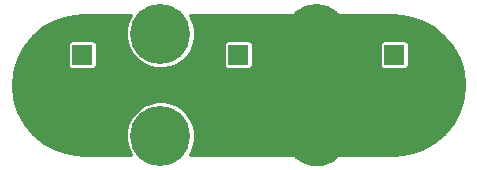
<source format=gbl>
G04 #@! TF.FileFunction,Copper,L2,Bot,Signal*
%FSLAX46Y46*%
G04 Gerber Fmt 4.6, Leading zero omitted, Abs format (unit mm)*
G04 Created by KiCad (PCBNEW (2015-08-23 BZR 6117)-product) date tor 27 aug 2015 09:21:38*
%MOMM*%
G01*
G04 APERTURE LIST*
%ADD10C,0.100000*%
%ADD11C,5.080000*%
%ADD12C,1.700000*%
%ADD13R,1.700000X1.700000*%
%ADD14C,0.254000*%
G04 APERTURE END LIST*
D10*
D11*
X179324000Y-103378000D03*
X192532000Y-103378000D03*
X192532000Y-94742000D03*
X179324000Y-94742000D03*
D12*
X172720000Y-101520000D03*
D13*
X172720000Y-96520000D03*
D12*
X185928000Y-101520000D03*
D13*
X185928000Y-96520000D03*
D12*
X199136000Y-101520000D03*
D13*
X199136000Y-96520000D03*
D14*
G36*
X192992898Y-92370884D02*
X193444672Y-92505564D01*
X193861687Y-92725431D01*
X194262795Y-93050243D01*
X194264577Y-93051418D01*
X194274741Y-93059708D01*
X194306375Y-93086252D01*
X194309173Y-93087790D01*
X194311652Y-93089812D01*
X194348129Y-93109207D01*
X194384362Y-93129126D01*
X194387414Y-93130094D01*
X194390231Y-93131592D01*
X194429751Y-93143524D01*
X194469192Y-93156035D01*
X194472370Y-93156392D01*
X194475429Y-93157315D01*
X194516502Y-93161342D01*
X194557633Y-93165956D01*
X194564000Y-93166000D01*
X199113695Y-93166000D01*
X200280392Y-93280396D01*
X201381198Y-93612749D01*
X202396479Y-94152583D01*
X203287572Y-94879341D01*
X204020533Y-95765337D01*
X204567446Y-96776832D01*
X204907475Y-97875287D01*
X205027670Y-99018869D01*
X204923453Y-100164016D01*
X204598794Y-101267111D01*
X204066059Y-102286138D01*
X203345540Y-103182286D01*
X202464682Y-103921413D01*
X201457031Y-104475373D01*
X200360975Y-104823063D01*
X199197582Y-104953559D01*
X199134392Y-104954000D01*
X194564000Y-104954000D01*
X194544176Y-104955944D01*
X194524257Y-104955735D01*
X194499996Y-104960275D01*
X194475429Y-104962684D01*
X194456357Y-104968442D01*
X194436780Y-104972106D01*
X194413862Y-104981273D01*
X194390232Y-104988407D01*
X194372645Y-104997758D01*
X194354149Y-105005156D01*
X194333446Y-105018600D01*
X194311653Y-105030188D01*
X194296219Y-105042776D01*
X194279511Y-105053626D01*
X194274563Y-105057634D01*
X193875730Y-105385239D01*
X193460263Y-105608011D01*
X193009443Y-105745840D01*
X192540429Y-105793480D01*
X192071101Y-105749116D01*
X191619329Y-105614437D01*
X191202317Y-105394571D01*
X190801205Y-105069758D01*
X190799428Y-105068586D01*
X190789275Y-105060306D01*
X190757625Y-105033748D01*
X190754824Y-105032208D01*
X190752347Y-105030188D01*
X190715861Y-105010788D01*
X190679638Y-104990874D01*
X190676591Y-104989907D01*
X190673769Y-104988407D01*
X190634183Y-104976455D01*
X190594808Y-104963965D01*
X190591635Y-104963609D01*
X190588571Y-104962684D01*
X190547427Y-104958650D01*
X190506367Y-104954044D01*
X190500001Y-104954000D01*
X181787048Y-104954000D01*
X181876083Y-104827785D01*
X182109077Y-104304472D01*
X182235989Y-103745870D01*
X182245125Y-103091581D01*
X182133860Y-102529653D01*
X181915569Y-102000039D01*
X181598565Y-101522910D01*
X181194924Y-101116441D01*
X180720020Y-100796114D01*
X180191942Y-100574131D01*
X179630805Y-100458946D01*
X179057981Y-100454947D01*
X178495290Y-100562286D01*
X177964165Y-100776875D01*
X177484834Y-101090539D01*
X177075558Y-101491333D01*
X176751923Y-101963989D01*
X176526259Y-102490504D01*
X176407159Y-103050824D01*
X176399161Y-103623606D01*
X176502569Y-104187032D01*
X176713445Y-104719643D01*
X176864477Y-104954000D01*
X172742305Y-104954000D01*
X171575607Y-104839604D01*
X170474802Y-104507251D01*
X169459521Y-103967417D01*
X168568428Y-103240659D01*
X167835464Y-102354658D01*
X167288554Y-101343168D01*
X166948525Y-100244713D01*
X166828330Y-99101131D01*
X166932547Y-97955985D01*
X167257206Y-96852889D01*
X167789943Y-95833858D01*
X167921687Y-95670000D01*
X171487157Y-95670000D01*
X171487157Y-97370000D01*
X171491995Y-97430673D01*
X171523864Y-97533580D01*
X171583140Y-97623535D01*
X171665130Y-97693415D01*
X171763342Y-97737686D01*
X171870000Y-97752843D01*
X173570000Y-97752843D01*
X173630673Y-97748005D01*
X173733580Y-97716136D01*
X173823535Y-97656860D01*
X173893415Y-97574870D01*
X173937686Y-97476658D01*
X173952843Y-97370000D01*
X173952843Y-95670000D01*
X173948005Y-95609327D01*
X173916136Y-95506420D01*
X173856860Y-95416465D01*
X173774870Y-95346585D01*
X173676658Y-95302314D01*
X173570000Y-95287157D01*
X171870000Y-95287157D01*
X171809327Y-95291995D01*
X171706420Y-95323864D01*
X171616465Y-95383140D01*
X171546585Y-95465130D01*
X171502314Y-95563342D01*
X171487157Y-95670000D01*
X167921687Y-95670000D01*
X168510460Y-94937714D01*
X169391318Y-94198587D01*
X170398966Y-93644627D01*
X171495025Y-93296937D01*
X172658417Y-93166441D01*
X172721607Y-93166000D01*
X176862839Y-93166000D01*
X176751923Y-93327989D01*
X176526259Y-93854504D01*
X176407159Y-94414824D01*
X176399161Y-94987606D01*
X176502569Y-95551032D01*
X176713445Y-96083643D01*
X177023755Y-96565151D01*
X177421682Y-96977216D01*
X177892067Y-97304142D01*
X178416994Y-97533477D01*
X178976469Y-97656486D01*
X179549181Y-97668482D01*
X180113315Y-97569010D01*
X180647386Y-97361858D01*
X181131048Y-97054916D01*
X181545881Y-96659876D01*
X181876083Y-96191785D01*
X182108396Y-95670000D01*
X184695157Y-95670000D01*
X184695157Y-97370000D01*
X184699995Y-97430673D01*
X184731864Y-97533580D01*
X184791140Y-97623535D01*
X184873130Y-97693415D01*
X184971342Y-97737686D01*
X185078000Y-97752843D01*
X186778000Y-97752843D01*
X186838673Y-97748005D01*
X186941580Y-97716136D01*
X187031535Y-97656860D01*
X187101415Y-97574870D01*
X187145686Y-97476658D01*
X187160843Y-97370000D01*
X187160843Y-95670000D01*
X197903157Y-95670000D01*
X197903157Y-97370000D01*
X197907995Y-97430673D01*
X197939864Y-97533580D01*
X197999140Y-97623535D01*
X198081130Y-97693415D01*
X198179342Y-97737686D01*
X198286000Y-97752843D01*
X199986000Y-97752843D01*
X200046673Y-97748005D01*
X200149580Y-97716136D01*
X200239535Y-97656860D01*
X200309415Y-97574870D01*
X200353686Y-97476658D01*
X200368843Y-97370000D01*
X200368843Y-95670000D01*
X200364005Y-95609327D01*
X200332136Y-95506420D01*
X200272860Y-95416465D01*
X200190870Y-95346585D01*
X200092658Y-95302314D01*
X199986000Y-95287157D01*
X198286000Y-95287157D01*
X198225327Y-95291995D01*
X198122420Y-95323864D01*
X198032465Y-95383140D01*
X197962585Y-95465130D01*
X197918314Y-95563342D01*
X197903157Y-95670000D01*
X187160843Y-95670000D01*
X187156005Y-95609327D01*
X187124136Y-95506420D01*
X187064860Y-95416465D01*
X186982870Y-95346585D01*
X186884658Y-95302314D01*
X186778000Y-95287157D01*
X185078000Y-95287157D01*
X185017327Y-95291995D01*
X184914420Y-95323864D01*
X184824465Y-95383140D01*
X184754585Y-95465130D01*
X184710314Y-95563342D01*
X184695157Y-95670000D01*
X182108396Y-95670000D01*
X182109077Y-95668472D01*
X182235989Y-95109870D01*
X182245125Y-94455581D01*
X182133860Y-93893653D01*
X181915569Y-93364039D01*
X181783992Y-93166000D01*
X190500000Y-93166000D01*
X190519824Y-93164056D01*
X190539743Y-93164265D01*
X190564004Y-93159725D01*
X190588571Y-93157316D01*
X190607643Y-93151558D01*
X190627220Y-93147894D01*
X190650138Y-93138727D01*
X190673768Y-93131593D01*
X190691355Y-93122242D01*
X190709851Y-93114844D01*
X190730554Y-93101400D01*
X190752347Y-93089812D01*
X190767781Y-93077224D01*
X190784489Y-93066374D01*
X190789437Y-93062366D01*
X191188271Y-92734761D01*
X191603737Y-92511989D01*
X192054557Y-92374160D01*
X192523571Y-92326520D01*
X192992898Y-92370884D01*
X192992898Y-92370884D01*
G37*
X192992898Y-92370884D02*
X193444672Y-92505564D01*
X193861687Y-92725431D01*
X194262795Y-93050243D01*
X194264577Y-93051418D01*
X194274741Y-93059708D01*
X194306375Y-93086252D01*
X194309173Y-93087790D01*
X194311652Y-93089812D01*
X194348129Y-93109207D01*
X194384362Y-93129126D01*
X194387414Y-93130094D01*
X194390231Y-93131592D01*
X194429751Y-93143524D01*
X194469192Y-93156035D01*
X194472370Y-93156392D01*
X194475429Y-93157315D01*
X194516502Y-93161342D01*
X194557633Y-93165956D01*
X194564000Y-93166000D01*
X199113695Y-93166000D01*
X200280392Y-93280396D01*
X201381198Y-93612749D01*
X202396479Y-94152583D01*
X203287572Y-94879341D01*
X204020533Y-95765337D01*
X204567446Y-96776832D01*
X204907475Y-97875287D01*
X205027670Y-99018869D01*
X204923453Y-100164016D01*
X204598794Y-101267111D01*
X204066059Y-102286138D01*
X203345540Y-103182286D01*
X202464682Y-103921413D01*
X201457031Y-104475373D01*
X200360975Y-104823063D01*
X199197582Y-104953559D01*
X199134392Y-104954000D01*
X194564000Y-104954000D01*
X194544176Y-104955944D01*
X194524257Y-104955735D01*
X194499996Y-104960275D01*
X194475429Y-104962684D01*
X194456357Y-104968442D01*
X194436780Y-104972106D01*
X194413862Y-104981273D01*
X194390232Y-104988407D01*
X194372645Y-104997758D01*
X194354149Y-105005156D01*
X194333446Y-105018600D01*
X194311653Y-105030188D01*
X194296219Y-105042776D01*
X194279511Y-105053626D01*
X194274563Y-105057634D01*
X193875730Y-105385239D01*
X193460263Y-105608011D01*
X193009443Y-105745840D01*
X192540429Y-105793480D01*
X192071101Y-105749116D01*
X191619329Y-105614437D01*
X191202317Y-105394571D01*
X190801205Y-105069758D01*
X190799428Y-105068586D01*
X190789275Y-105060306D01*
X190757625Y-105033748D01*
X190754824Y-105032208D01*
X190752347Y-105030188D01*
X190715861Y-105010788D01*
X190679638Y-104990874D01*
X190676591Y-104989907D01*
X190673769Y-104988407D01*
X190634183Y-104976455D01*
X190594808Y-104963965D01*
X190591635Y-104963609D01*
X190588571Y-104962684D01*
X190547427Y-104958650D01*
X190506367Y-104954044D01*
X190500001Y-104954000D01*
X181787048Y-104954000D01*
X181876083Y-104827785D01*
X182109077Y-104304472D01*
X182235989Y-103745870D01*
X182245125Y-103091581D01*
X182133860Y-102529653D01*
X181915569Y-102000039D01*
X181598565Y-101522910D01*
X181194924Y-101116441D01*
X180720020Y-100796114D01*
X180191942Y-100574131D01*
X179630805Y-100458946D01*
X179057981Y-100454947D01*
X178495290Y-100562286D01*
X177964165Y-100776875D01*
X177484834Y-101090539D01*
X177075558Y-101491333D01*
X176751923Y-101963989D01*
X176526259Y-102490504D01*
X176407159Y-103050824D01*
X176399161Y-103623606D01*
X176502569Y-104187032D01*
X176713445Y-104719643D01*
X176864477Y-104954000D01*
X172742305Y-104954000D01*
X171575607Y-104839604D01*
X170474802Y-104507251D01*
X169459521Y-103967417D01*
X168568428Y-103240659D01*
X167835464Y-102354658D01*
X167288554Y-101343168D01*
X166948525Y-100244713D01*
X166828330Y-99101131D01*
X166932547Y-97955985D01*
X167257206Y-96852889D01*
X167789943Y-95833858D01*
X167921687Y-95670000D01*
X171487157Y-95670000D01*
X171487157Y-97370000D01*
X171491995Y-97430673D01*
X171523864Y-97533580D01*
X171583140Y-97623535D01*
X171665130Y-97693415D01*
X171763342Y-97737686D01*
X171870000Y-97752843D01*
X173570000Y-97752843D01*
X173630673Y-97748005D01*
X173733580Y-97716136D01*
X173823535Y-97656860D01*
X173893415Y-97574870D01*
X173937686Y-97476658D01*
X173952843Y-97370000D01*
X173952843Y-95670000D01*
X173948005Y-95609327D01*
X173916136Y-95506420D01*
X173856860Y-95416465D01*
X173774870Y-95346585D01*
X173676658Y-95302314D01*
X173570000Y-95287157D01*
X171870000Y-95287157D01*
X171809327Y-95291995D01*
X171706420Y-95323864D01*
X171616465Y-95383140D01*
X171546585Y-95465130D01*
X171502314Y-95563342D01*
X171487157Y-95670000D01*
X167921687Y-95670000D01*
X168510460Y-94937714D01*
X169391318Y-94198587D01*
X170398966Y-93644627D01*
X171495025Y-93296937D01*
X172658417Y-93166441D01*
X172721607Y-93166000D01*
X176862839Y-93166000D01*
X176751923Y-93327989D01*
X176526259Y-93854504D01*
X176407159Y-94414824D01*
X176399161Y-94987606D01*
X176502569Y-95551032D01*
X176713445Y-96083643D01*
X177023755Y-96565151D01*
X177421682Y-96977216D01*
X177892067Y-97304142D01*
X178416994Y-97533477D01*
X178976469Y-97656486D01*
X179549181Y-97668482D01*
X180113315Y-97569010D01*
X180647386Y-97361858D01*
X181131048Y-97054916D01*
X181545881Y-96659876D01*
X181876083Y-96191785D01*
X182108396Y-95670000D01*
X184695157Y-95670000D01*
X184695157Y-97370000D01*
X184699995Y-97430673D01*
X184731864Y-97533580D01*
X184791140Y-97623535D01*
X184873130Y-97693415D01*
X184971342Y-97737686D01*
X185078000Y-97752843D01*
X186778000Y-97752843D01*
X186838673Y-97748005D01*
X186941580Y-97716136D01*
X187031535Y-97656860D01*
X187101415Y-97574870D01*
X187145686Y-97476658D01*
X187160843Y-97370000D01*
X187160843Y-95670000D01*
X197903157Y-95670000D01*
X197903157Y-97370000D01*
X197907995Y-97430673D01*
X197939864Y-97533580D01*
X197999140Y-97623535D01*
X198081130Y-97693415D01*
X198179342Y-97737686D01*
X198286000Y-97752843D01*
X199986000Y-97752843D01*
X200046673Y-97748005D01*
X200149580Y-97716136D01*
X200239535Y-97656860D01*
X200309415Y-97574870D01*
X200353686Y-97476658D01*
X200368843Y-97370000D01*
X200368843Y-95670000D01*
X200364005Y-95609327D01*
X200332136Y-95506420D01*
X200272860Y-95416465D01*
X200190870Y-95346585D01*
X200092658Y-95302314D01*
X199986000Y-95287157D01*
X198286000Y-95287157D01*
X198225327Y-95291995D01*
X198122420Y-95323864D01*
X198032465Y-95383140D01*
X197962585Y-95465130D01*
X197918314Y-95563342D01*
X197903157Y-95670000D01*
X187160843Y-95670000D01*
X187156005Y-95609327D01*
X187124136Y-95506420D01*
X187064860Y-95416465D01*
X186982870Y-95346585D01*
X186884658Y-95302314D01*
X186778000Y-95287157D01*
X185078000Y-95287157D01*
X185017327Y-95291995D01*
X184914420Y-95323864D01*
X184824465Y-95383140D01*
X184754585Y-95465130D01*
X184710314Y-95563342D01*
X184695157Y-95670000D01*
X182108396Y-95670000D01*
X182109077Y-95668472D01*
X182235989Y-95109870D01*
X182245125Y-94455581D01*
X182133860Y-93893653D01*
X181915569Y-93364039D01*
X181783992Y-93166000D01*
X190500000Y-93166000D01*
X190519824Y-93164056D01*
X190539743Y-93164265D01*
X190564004Y-93159725D01*
X190588571Y-93157316D01*
X190607643Y-93151558D01*
X190627220Y-93147894D01*
X190650138Y-93138727D01*
X190673768Y-93131593D01*
X190691355Y-93122242D01*
X190709851Y-93114844D01*
X190730554Y-93101400D01*
X190752347Y-93089812D01*
X190767781Y-93077224D01*
X190784489Y-93066374D01*
X190789437Y-93062366D01*
X191188271Y-92734761D01*
X191603737Y-92511989D01*
X192054557Y-92374160D01*
X192523571Y-92326520D01*
X192992898Y-92370884D01*
M02*

</source>
